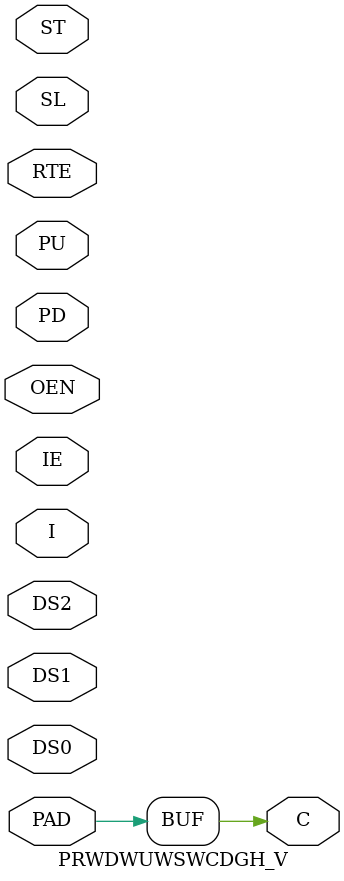
<source format=v>
module PRWDWUWSWCDGH_V (C, DS0, DS1, DS2, I, IE, OEN, PAD, PU, PD, ST, SL, RTE);

  input  DS0, DS1, DS2, I, IE, OEN, PU, PD, ST, SL, RTE;
  output C;
  inout  PAD;

  assign C = PAD;

  assign pad = ((IE == 1'b0) & (OEN ==1'b0)) ? I : 1'bz;

endmodule

</source>
